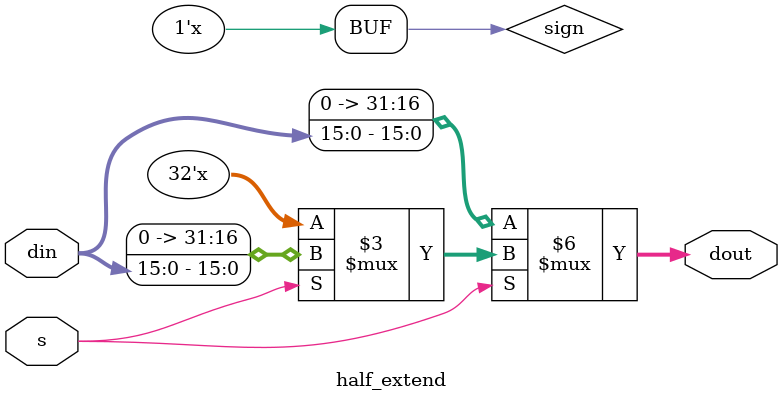
<source format=sv>
module half_extend #(
    parameter WORD_LENGTH = 32,
    parameter HALF_LEN = 16
) (
    input logic [HALF_LEN-1:0] din,
    input logic s,
    output logic [WORD_LENGTH-1:0] dout
);

logic sign;
always_comb begin
    if(s) begin
        sign = din[WORD_LENGTH-1];
        case (sign)
            1: dout = {{16{1'b1}},din};
            0: dout = {{16{1'b0}},din};
            default: dout = {{16{1'b0}},din};
        endcase
    end
    else begin
        dout = {{16{1'b0}},din};
    end    
end
endmodule

</source>
